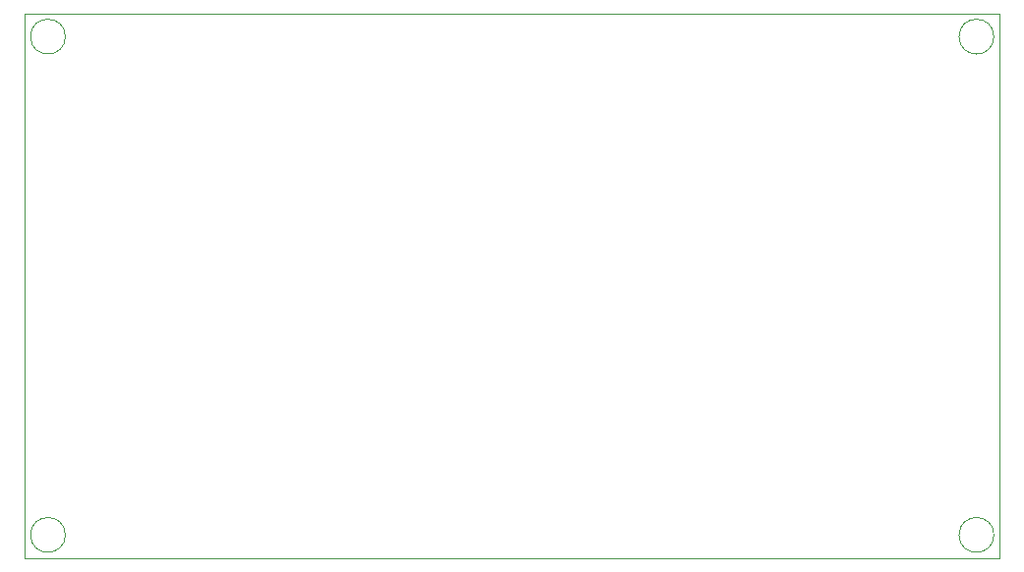
<source format=gbr>
%TF.GenerationSoftware,KiCad,Pcbnew,9.0.2*%
%TF.CreationDate,2025-08-25T15:59:26+09:00*%
%TF.ProjectId,imu_controller_board,696d755f-636f-46e7-9472-6f6c6c65725f,rev?*%
%TF.SameCoordinates,Original*%
%TF.FileFunction,Profile,NP*%
%FSLAX46Y46*%
G04 Gerber Fmt 4.6, Leading zero omitted, Abs format (unit mm)*
G04 Created by KiCad (PCBNEW 9.0.2) date 2025-08-25 15:59:26*
%MOMM*%
%LPD*%
G01*
G04 APERTURE LIST*
%TA.AperFunction,Profile*%
%ADD10C,0.050000*%
%TD*%
G04 APERTURE END LIST*
D10*
X149500000Y-71000000D02*
G75*
G02*
X146500000Y-71000000I-1500000J0D01*
G01*
X146500000Y-71000000D02*
G75*
G02*
X149500000Y-71000000I1500000J0D01*
G01*
X69500000Y-71000000D02*
G75*
G02*
X66500000Y-71000000I-1500000J0D01*
G01*
X66500000Y-71000000D02*
G75*
G02*
X69500000Y-71000000I1500000J0D01*
G01*
X69500000Y-114000000D02*
G75*
G02*
X66500000Y-114000000I-1500000J0D01*
G01*
X66500000Y-114000000D02*
G75*
G02*
X69500000Y-114000000I1500000J0D01*
G01*
X149500000Y-114000000D02*
G75*
G02*
X146500000Y-114000000I-1500000J0D01*
G01*
X146500000Y-114000000D02*
G75*
G02*
X149500000Y-114000000I1500000J0D01*
G01*
X66000000Y-69000000D02*
X150000000Y-69000000D01*
X150000000Y-116000000D01*
X66000000Y-116000000D01*
X66000000Y-69000000D01*
M02*

</source>
